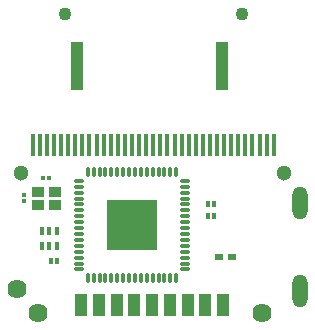
<source format=gts>
G04 #@! TF.FileFunction,Soldermask,Top*
%FSLAX46Y46*%
G04 Gerber Fmt 4.6, Leading zero omitted, Abs format (unit mm)*
G04 Created by KiCad (PCBNEW 4.0.5+dfsg1-4) date Sat Mar 31 12:22:37 2018*
%MOMM*%
%LPD*%
G01*
G04 APERTURE LIST*
%ADD10C,0.100000*%
%ADD11R,0.410000X1.850000*%
%ADD12R,0.400000X0.800000*%
%ADD13R,0.450000X0.400000*%
%ADD14R,0.400000X0.450000*%
%ADD15R,0.380000X0.530000*%
%ADD16R,1.050000X0.950000*%
%ADD17R,1.100000X4.100000*%
%ADD18R,0.700000X0.600000*%
%ADD19R,1.085000X1.850000*%
%ADD20O,0.900000X0.350000*%
%ADD21O,0.350000X0.900000*%
%ADD22R,4.350000X4.350000*%
%ADD23O,1.300000X2.800000*%
%ADD24C,1.100000*%
%ADD25C,1.300000*%
%ADD26C,1.624000*%
G04 APERTURE END LIST*
D10*
D11*
X99200000Y-70200000D03*
X99800000Y-70200000D03*
X100400000Y-70200000D03*
X101000000Y-70200000D03*
X101600000Y-70200000D03*
X102200000Y-70200000D03*
X102800000Y-70200000D03*
X103400000Y-70200000D03*
X104000000Y-70200000D03*
X104600000Y-70200000D03*
X105200000Y-70200000D03*
X105800000Y-70200000D03*
X106400000Y-70200000D03*
X107000000Y-70200000D03*
X107600000Y-70200000D03*
X108200000Y-70200000D03*
X108800000Y-70200000D03*
X109400000Y-70200000D03*
X110000000Y-70200000D03*
X110600000Y-70200000D03*
X111200000Y-70200000D03*
X111800000Y-70200000D03*
X112400000Y-70200000D03*
X113000000Y-70200000D03*
X113600000Y-70200000D03*
X114200000Y-70200000D03*
X114800000Y-70200000D03*
X115400000Y-70200000D03*
X116000000Y-70200000D03*
X116600000Y-70200000D03*
X117200000Y-70200000D03*
X117800000Y-70200000D03*
X118400000Y-70200000D03*
X119000000Y-70200000D03*
X119600000Y-70200000D03*
D12*
X99973200Y-78780000D03*
X100613200Y-78780000D03*
X101253200Y-78780000D03*
X101253200Y-77530000D03*
X100613200Y-77530000D03*
X99973200Y-77530000D03*
D13*
X98479600Y-74996000D03*
X98479600Y-74436000D03*
D14*
X100613200Y-73039600D03*
X100053200Y-73039600D03*
D15*
X101273600Y-80050000D03*
X100753600Y-80050000D03*
X113993000Y-76240000D03*
X114513000Y-76240000D03*
X113993000Y-75224000D03*
X114513000Y-75224000D03*
D16*
X101070400Y-74157200D03*
X99620400Y-74157200D03*
X99620400Y-75307200D03*
X101070400Y-75307200D03*
D17*
X102950000Y-63540000D03*
X115250000Y-63540000D03*
D18*
X114973000Y-79669000D03*
X116073000Y-79669000D03*
D19*
X103300000Y-83800000D03*
X104800000Y-83800000D03*
X106300000Y-83800000D03*
X107800000Y-83800000D03*
X109300000Y-83800000D03*
X110800000Y-83800000D03*
X112300000Y-83800000D03*
X113800000Y-83800000D03*
X115300000Y-83800000D03*
D20*
X112075000Y-80750000D03*
X112075000Y-80250000D03*
X112075000Y-79750000D03*
X112075000Y-79250000D03*
X112075000Y-78750000D03*
X112075000Y-78250000D03*
X112075000Y-77750000D03*
X112075000Y-77250000D03*
X112075000Y-76750000D03*
X112075000Y-76250000D03*
X112075000Y-75750000D03*
X112075000Y-75250000D03*
X112075000Y-74750000D03*
X112075000Y-74250000D03*
X112075000Y-73750000D03*
X112075000Y-73250000D03*
D21*
X111350000Y-72525000D03*
X110850000Y-72525000D03*
X110350000Y-72525000D03*
X109850000Y-72525000D03*
X109350000Y-72525000D03*
X108850000Y-72525000D03*
X108350000Y-72525000D03*
X107850000Y-72525000D03*
X107350000Y-72525000D03*
X106850000Y-72525000D03*
X106350000Y-72525000D03*
X105850000Y-72525000D03*
X105350000Y-72525000D03*
X104850000Y-72525000D03*
X104350000Y-72525000D03*
X103850000Y-72525000D03*
D20*
X103125000Y-73250000D03*
X103125000Y-73750000D03*
X103125000Y-74250000D03*
X103125000Y-74750000D03*
X103125000Y-75250000D03*
X103125000Y-75750000D03*
X103125000Y-76250000D03*
X103125000Y-76750000D03*
X103125000Y-77250000D03*
X103125000Y-77750000D03*
X103125000Y-78250000D03*
X103125000Y-78750000D03*
X103125000Y-79250000D03*
X103125000Y-79750000D03*
X103125000Y-80250000D03*
X103125000Y-80750000D03*
D21*
X103850000Y-81475000D03*
X104350000Y-81475000D03*
X104850000Y-81475000D03*
X105350000Y-81475000D03*
X105850000Y-81475000D03*
X106350000Y-81475000D03*
X106850000Y-81475000D03*
X107350000Y-81475000D03*
X107850000Y-81475000D03*
X108350000Y-81475000D03*
X108850000Y-81475000D03*
X109350000Y-81475000D03*
X109850000Y-81475000D03*
X110350000Y-81475000D03*
X110850000Y-81475000D03*
X111350000Y-81475000D03*
D22*
X107600000Y-77000000D03*
D23*
X121800000Y-82600000D03*
X121800000Y-75100000D03*
D24*
X116900000Y-59100000D03*
D25*
X120500000Y-72600000D03*
X98200000Y-72600000D03*
D24*
X101900000Y-59100000D03*
D26*
X99600000Y-84400000D03*
X97870000Y-82400000D03*
X118600000Y-84400000D03*
M02*

</source>
